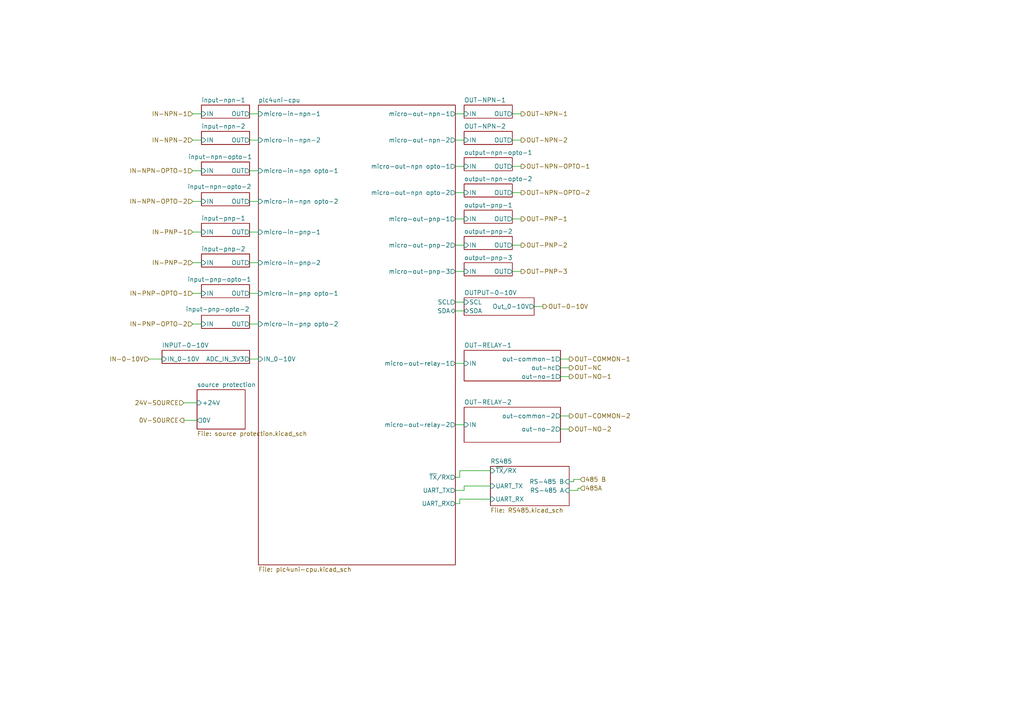
<source format=kicad_sch>
(kicad_sch
	(version 20250114)
	(generator "eeschema")
	(generator_version "9.0")
	(uuid "108a2b00-63fb-4531-b432-4e190b2d8ee6")
	(paper "A4")
	(lib_symbols)
	(wire
		(pts
			(xy 148.59 78.74) (xy 151.13 78.74)
		)
		(stroke
			(width 0)
			(type default)
		)
		(uuid "08e2428c-6899-469c-b433-cecf74bb0e9b")
	)
	(wire
		(pts
			(xy 134.62 140.97) (xy 134.62 142.24)
		)
		(stroke
			(width 0)
			(type default)
		)
		(uuid "0ad8ceee-e862-4164-aabe-42f7abf1c9da")
	)
	(wire
		(pts
			(xy 134.62 142.24) (xy 132.08 142.24)
		)
		(stroke
			(width 0)
			(type default)
		)
		(uuid "0bc66b4b-c60b-4d1b-a5df-c693a0d9e1f4")
	)
	(wire
		(pts
			(xy 72.39 67.31) (xy 74.93 67.31)
		)
		(stroke
			(width 0)
			(type default)
		)
		(uuid "0bc9b6be-5cdc-4ee6-8e0e-39d28396e47e")
	)
	(wire
		(pts
			(xy 148.59 33.02) (xy 151.13 33.02)
		)
		(stroke
			(width 0)
			(type default)
		)
		(uuid "12563cf5-327a-46d7-8d76-5d10a4101e4b")
	)
	(wire
		(pts
			(xy 162.56 120.65) (xy 165.1 120.65)
		)
		(stroke
			(width 0)
			(type default)
		)
		(uuid "1257bb80-4274-4699-8bf1-182e3d15f6d3")
	)
	(wire
		(pts
			(xy 167.64 141.605) (xy 168.275 141.605)
		)
		(stroke
			(width 0)
			(type default)
		)
		(uuid "13f9594a-cfd1-4f66-99c5-f5f16cf3cea6")
	)
	(wire
		(pts
			(xy 166.37 139.065) (xy 168.275 139.065)
		)
		(stroke
			(width 0)
			(type default)
		)
		(uuid "143898dd-b15e-4f3e-9aa2-1646f686d80e")
	)
	(wire
		(pts
			(xy 55.88 67.31) (xy 58.42 67.31)
		)
		(stroke
			(width 0)
			(type default)
		)
		(uuid "158c3a5d-6702-44e8-a264-b8c7b03699c8")
	)
	(wire
		(pts
			(xy 72.39 58.42) (xy 74.93 58.42)
		)
		(stroke
			(width 0)
			(type default)
		)
		(uuid "178b2a28-925c-4acd-abc2-0ee5f7035520")
	)
	(wire
		(pts
			(xy 132.08 78.74) (xy 134.62 78.74)
		)
		(stroke
			(width 0)
			(type default)
		)
		(uuid "1cbb8e10-156f-4d85-8142-74ad761bcc51")
	)
	(wire
		(pts
			(xy 43.18 104.14) (xy 46.99 104.14)
		)
		(stroke
			(width 0)
			(type default)
		)
		(uuid "1cd7e752-e3d8-4f5a-8357-a82c9483435c")
	)
	(wire
		(pts
			(xy 133.35 136.525) (xy 133.35 138.43)
		)
		(stroke
			(width 0)
			(type default)
		)
		(uuid "1d19c16a-0812-4cfb-b03f-5342692c784e")
	)
	(wire
		(pts
			(xy 132.08 123.19) (xy 134.62 123.19)
		)
		(stroke
			(width 0)
			(type default)
		)
		(uuid "1de3b157-452b-44ab-bf7b-28efd5ac835f")
	)
	(wire
		(pts
			(xy 148.59 48.26) (xy 151.13 48.26)
		)
		(stroke
			(width 0)
			(type default)
		)
		(uuid "1e9a1edc-150e-4a19-98d5-1e277596b6d5")
	)
	(wire
		(pts
			(xy 133.35 138.43) (xy 132.08 138.43)
		)
		(stroke
			(width 0)
			(type default)
		)
		(uuid "25add277-dd90-4646-81a4-9d3d9ba76d6b")
	)
	(wire
		(pts
			(xy 55.88 33.02) (xy 58.42 33.02)
		)
		(stroke
			(width 0)
			(type default)
		)
		(uuid "2ba707cf-9454-40a6-b7a1-1f0a61a364e0")
	)
	(wire
		(pts
			(xy 167.64 142.24) (xy 167.64 141.605)
		)
		(stroke
			(width 0)
			(type default)
		)
		(uuid "2e5928d2-f514-4e45-a79e-455ce574ec17")
	)
	(wire
		(pts
			(xy 132.08 105.41) (xy 134.62 105.41)
		)
		(stroke
			(width 0)
			(type default)
		)
		(uuid "30ebae37-a35d-40ca-8f6e-68888cc93512")
	)
	(wire
		(pts
			(xy 142.24 140.97) (xy 134.62 140.97)
		)
		(stroke
			(width 0)
			(type default)
		)
		(uuid "39de9695-cdb1-44c5-bd0a-b9fe0ca86a7a")
	)
	(wire
		(pts
			(xy 162.56 109.22) (xy 165.1 109.22)
		)
		(stroke
			(width 0)
			(type default)
		)
		(uuid "3e595b28-5351-4c03-8aad-36b17380d608")
	)
	(wire
		(pts
			(xy 165.1 139.7) (xy 166.37 139.7)
		)
		(stroke
			(width 0)
			(type default)
		)
		(uuid "43295e98-aa05-4892-bb1d-be08e4e90333")
	)
	(wire
		(pts
			(xy 166.37 139.7) (xy 166.37 139.065)
		)
		(stroke
			(width 0)
			(type default)
		)
		(uuid "43e584aa-6dd7-422e-a22d-68ba5a2535b7")
	)
	(wire
		(pts
			(xy 148.59 63.5) (xy 151.13 63.5)
		)
		(stroke
			(width 0)
			(type default)
		)
		(uuid "44a9a054-2aa7-49a2-9dae-043d62551458")
	)
	(wire
		(pts
			(xy 132.08 40.64) (xy 134.62 40.64)
		)
		(stroke
			(width 0)
			(type default)
		)
		(uuid "4548bc9c-ad10-4e5b-826c-e7409e4e790f")
	)
	(wire
		(pts
			(xy 165.1 142.24) (xy 167.64 142.24)
		)
		(stroke
			(width 0)
			(type default)
		)
		(uuid "46a2afbb-f90f-48c1-924a-d0506ce95fa6")
	)
	(wire
		(pts
			(xy 55.88 49.53) (xy 58.42 49.53)
		)
		(stroke
			(width 0)
			(type default)
		)
		(uuid "4794d94a-79b0-46e3-aec6-5e814c907279")
	)
	(wire
		(pts
			(xy 132.08 87.63) (xy 134.62 87.63)
		)
		(stroke
			(width 0)
			(type default)
		)
		(uuid "4bf20734-1be2-404a-bddc-1025872093ea")
	)
	(wire
		(pts
			(xy 162.56 104.14) (xy 165.1 104.14)
		)
		(stroke
			(width 0)
			(type default)
		)
		(uuid "4cca040e-80fa-49ba-aa86-e5ac502928ee")
	)
	(wire
		(pts
			(xy 72.39 33.02) (xy 74.93 33.02)
		)
		(stroke
			(width 0)
			(type default)
		)
		(uuid "5a447963-c15f-4bcb-96cb-c25007c782ed")
	)
	(wire
		(pts
			(xy 72.39 49.53) (xy 74.93 49.53)
		)
		(stroke
			(width 0)
			(type default)
		)
		(uuid "5a9c0d4a-7b0e-43a5-9a63-6afb1609f990")
	)
	(wire
		(pts
			(xy 55.88 85.09) (xy 58.42 85.09)
		)
		(stroke
			(width 0)
			(type default)
		)
		(uuid "696ab09e-ff9f-4bf2-a22a-d9255af69731")
	)
	(wire
		(pts
			(xy 133.35 144.78) (xy 133.35 146.05)
		)
		(stroke
			(width 0)
			(type default)
		)
		(uuid "7339c650-3b6e-4570-9de6-1564f5e145d7")
	)
	(wire
		(pts
			(xy 55.88 40.64) (xy 58.42 40.64)
		)
		(stroke
			(width 0)
			(type default)
		)
		(uuid "7921fd0d-8d7d-432f-8470-c5d0e7099288")
	)
	(wire
		(pts
			(xy 72.39 104.14) (xy 74.93 104.14)
		)
		(stroke
			(width 0)
			(type default)
		)
		(uuid "7929a673-d7da-428f-920a-55d1b53e0cf1")
	)
	(wire
		(pts
			(xy 53.34 116.84) (xy 57.15 116.84)
		)
		(stroke
			(width 0)
			(type default)
		)
		(uuid "898f87e9-a835-4f0e-b177-58727d678011")
	)
	(wire
		(pts
			(xy 142.24 136.525) (xy 133.35 136.525)
		)
		(stroke
			(width 0)
			(type default)
		)
		(uuid "8d3d337b-b69c-4cd7-bf05-7d938b66079e")
	)
	(wire
		(pts
			(xy 148.59 40.64) (xy 151.13 40.64)
		)
		(stroke
			(width 0)
			(type default)
		)
		(uuid "8d7da78e-0b0a-4552-a5ca-cda61331393a")
	)
	(wire
		(pts
			(xy 55.88 58.42) (xy 58.42 58.42)
		)
		(stroke
			(width 0)
			(type default)
		)
		(uuid "968714ba-ca63-4521-b43a-65acc23a71b8")
	)
	(wire
		(pts
			(xy 132.08 55.88) (xy 134.62 55.88)
		)
		(stroke
			(width 0)
			(type default)
		)
		(uuid "96b98948-c2fa-41e5-819a-41c5a80ba4d3")
	)
	(wire
		(pts
			(xy 72.39 40.64) (xy 74.93 40.64)
		)
		(stroke
			(width 0)
			(type default)
		)
		(uuid "9cb07727-1380-4578-ba1b-654046bd84fe")
	)
	(wire
		(pts
			(xy 132.08 48.26) (xy 134.62 48.26)
		)
		(stroke
			(width 0)
			(type default)
		)
		(uuid "adccb5f3-1075-44b6-8503-c4d6aea45c2d")
	)
	(wire
		(pts
			(xy 132.08 71.12) (xy 134.62 71.12)
		)
		(stroke
			(width 0)
			(type default)
		)
		(uuid "b27cac00-8686-4a5d-ae04-ca2f34ee2493")
	)
	(wire
		(pts
			(xy 162.56 106.68) (xy 165.1 106.68)
		)
		(stroke
			(width 0)
			(type default)
		)
		(uuid "b8487e61-b337-40d5-8957-40bd7822655d")
	)
	(wire
		(pts
			(xy 72.39 93.98) (xy 74.93 93.98)
		)
		(stroke
			(width 0)
			(type default)
		)
		(uuid "bdcf8fe9-7147-4b35-8eec-6abc4c7924c9")
	)
	(wire
		(pts
			(xy 132.08 63.5) (xy 134.62 63.5)
		)
		(stroke
			(width 0)
			(type default)
		)
		(uuid "bf8516f0-dbbb-4cb5-acf3-e3ee69112f21")
	)
	(wire
		(pts
			(xy 133.35 146.05) (xy 132.08 146.05)
		)
		(stroke
			(width 0)
			(type default)
		)
		(uuid "c1ae0077-e716-4e97-aa19-357f4a6a1018")
	)
	(wire
		(pts
			(xy 148.59 71.12) (xy 151.13 71.12)
		)
		(stroke
			(width 0)
			(type default)
		)
		(uuid "c2d76827-d02f-4b40-b818-46f3ae687ea3")
	)
	(wire
		(pts
			(xy 154.94 88.9) (xy 157.48 88.9)
		)
		(stroke
			(width 0)
			(type default)
		)
		(uuid "c5c94505-228a-48e2-8c16-36eb54e5427e")
	)
	(wire
		(pts
			(xy 142.24 144.78) (xy 133.35 144.78)
		)
		(stroke
			(width 0)
			(type default)
		)
		(uuid "c70f8b29-2398-4368-a730-632135fb31ce")
	)
	(wire
		(pts
			(xy 132.08 33.02) (xy 134.62 33.02)
		)
		(stroke
			(width 0)
			(type default)
		)
		(uuid "c9b0d4ae-dec2-4ad5-9952-4dd79948917b")
	)
	(wire
		(pts
			(xy 72.39 85.09) (xy 74.93 85.09)
		)
		(stroke
			(width 0)
			(type default)
		)
		(uuid "d04e8108-ce60-4d3c-8ae4-b7a6eaabdd32")
	)
	(wire
		(pts
			(xy 55.88 76.2) (xy 58.42 76.2)
		)
		(stroke
			(width 0)
			(type default)
		)
		(uuid "d236b918-a4cf-4b25-82ec-d2a08457c460")
	)
	(wire
		(pts
			(xy 72.39 76.2) (xy 74.93 76.2)
		)
		(stroke
			(width 0)
			(type default)
		)
		(uuid "db0d2875-be84-4dc8-8b6a-e9fe211b9788")
	)
	(wire
		(pts
			(xy 55.88 93.98) (xy 58.42 93.98)
		)
		(stroke
			(width 0)
			(type default)
		)
		(uuid "dde25f3f-93b4-450a-b490-8b4068e5ac09")
	)
	(wire
		(pts
			(xy 132.08 90.17) (xy 134.62 90.17)
		)
		(stroke
			(width 0)
			(type default)
		)
		(uuid "eb0e7eeb-1c74-4a55-9978-2adae03ca5f0")
	)
	(wire
		(pts
			(xy 148.59 55.88) (xy 151.13 55.88)
		)
		(stroke
			(width 0)
			(type default)
		)
		(uuid "ee9ac2f9-0c80-46c6-af96-c62ca1a393b1")
	)
	(wire
		(pts
			(xy 53.34 121.92) (xy 57.15 121.92)
		)
		(stroke
			(width 0)
			(type default)
		)
		(uuid "eec32aa8-83b1-40cb-bd7b-6f1bcd3d511d")
	)
	(wire
		(pts
			(xy 162.56 124.46) (xy 165.1 124.46)
		)
		(stroke
			(width 0)
			(type default)
		)
		(uuid "f70ebdc0-18b4-4f65-961d-714f21810c4f")
	)
	(hierarchical_label "OUT-NPN-2"
		(shape output)
		(at 151.13 40.64 0)
		(effects
			(font
				(size 1.27 1.27)
			)
			(justify left)
		)
		(uuid "04dd8a8c-00c6-4afd-9d1a-13d38bd4f80a")
	)
	(hierarchical_label "OUT-COMMON-2"
		(shape output)
		(at 165.1 120.65 0)
		(effects
			(font
				(size 1.27 1.27)
			)
			(justify left)
		)
		(uuid "099f9a67-722c-4dd1-b911-fcdf9276c5cb")
	)
	(hierarchical_label "IN-PNP-OPTO-1"
		(shape input)
		(at 55.88 85.09 180)
		(effects
			(font
				(size 1.27 1.27)
			)
			(justify right)
		)
		(uuid "0f667b4a-b49d-400b-b7b4-e94c028ba462")
	)
	(hierarchical_label "IN-NPN-2"
		(shape input)
		(at 55.88 40.64 180)
		(effects
			(font
				(size 1.27 1.27)
			)
			(justify right)
		)
		(uuid "13218d48-171d-4d2d-be0f-359b3d7a3581")
	)
	(hierarchical_label "IN-NPN-1"
		(shape input)
		(at 55.88 33.02 180)
		(effects
			(font
				(size 1.27 1.27)
			)
			(justify right)
		)
		(uuid "27d3d8ea-107a-4b51-a6c3-daa783575657")
	)
	(hierarchical_label "485 B"
		(shape input)
		(at 168.275 139.065 0)
		(effects
			(font
				(size 1.27 1.27)
			)
			(justify left)
		)
		(uuid "29fcefa1-bd12-457b-8b3b-a4e9fb865979")
	)
	(hierarchical_label "IN-0-10V"
		(shape input)
		(at 43.18 104.14 180)
		(effects
			(font
				(size 1.27 1.27)
			)
			(justify right)
		)
		(uuid "2e574e5e-e419-4e7c-baf0-4a2811283453")
	)
	(hierarchical_label "OUT-COMMON-1"
		(shape output)
		(at 165.1 104.14 0)
		(effects
			(font
				(size 1.27 1.27)
			)
			(justify left)
		)
		(uuid "455db09d-7043-4299-b828-072137c5c2ae")
	)
	(hierarchical_label "OUT-NC"
		(shape output)
		(at 165.1 106.68 0)
		(effects
			(font
				(size 1.27 1.27)
			)
			(justify left)
		)
		(uuid "46082926-8d46-4834-8118-3d73286a81df")
	)
	(hierarchical_label "485A"
		(shape input)
		(at 168.275 141.605 0)
		(effects
			(font
				(size 1.27 1.27)
			)
			(justify left)
		)
		(uuid "463c25ff-b115-4c5f-97fe-1bb7c64b27f4")
	)
	(hierarchical_label "OUT-NPN-OPTO-1"
		(shape output)
		(at 151.13 48.26 0)
		(effects
			(font
				(size 1.27 1.27)
			)
			(justify left)
		)
		(uuid "48e06bc6-04e0-4544-878e-4c81c91757fe")
	)
	(hierarchical_label "OUT-0-10V"
		(shape output)
		(at 157.48 88.9 0)
		(effects
			(font
				(size 1.27 1.27)
			)
			(justify left)
		)
		(uuid "5e3897b8-3e82-417d-a824-cd855fb85674")
	)
	(hierarchical_label "OUT-PNP-3"
		(shape output)
		(at 151.13 78.74 0)
		(effects
			(font
				(size 1.27 1.27)
			)
			(justify left)
		)
		(uuid "6f936573-07eb-4d38-8c32-b885b0a8811f")
	)
	(hierarchical_label "24V-SOURCE"
		(shape input)
		(at 53.34 116.84 180)
		(effects
			(font
				(size 1.27 1.27)
			)
			(justify right)
		)
		(uuid "831e0300-5462-496c-95f4-4b063dcb772c")
	)
	(hierarchical_label "OUT-PNP-1"
		(shape output)
		(at 151.13 63.5 0)
		(effects
			(font
				(size 1.27 1.27)
			)
			(justify left)
		)
		(uuid "85fb80e0-ab0e-4cd8-aadf-6b462f2e6c93")
	)
	(hierarchical_label "OUT-PNP-2"
		(shape output)
		(at 151.13 71.12 0)
		(effects
			(font
				(size 1.27 1.27)
			)
			(justify left)
		)
		(uuid "97e72727-4708-473d-9443-49ef980a787b")
	)
	(hierarchical_label "0V-SOURCE"
		(shape output)
		(at 53.34 121.92 180)
		(effects
			(font
				(size 1.27 1.27)
			)
			(justify right)
		)
		(uuid "99811977-8021-4f1f-8824-3bc4b0ae388b")
	)
	(hierarchical_label "IN-NPN-OPTO-2"
		(shape input)
		(at 55.88 58.42 180)
		(effects
			(font
				(size 1.27 1.27)
			)
			(justify right)
		)
		(uuid "ac9cbb6b-c95e-4cb5-828e-f797bf4a8b8d")
	)
	(hierarchical_label "OUT-NO-2"
		(shape output)
		(at 165.1 124.46 0)
		(effects
			(font
				(size 1.27 1.27)
			)
			(justify left)
		)
		(uuid "b078cb7a-aaf3-4dd5-b2cf-b690bebd6c9f")
	)
	(hierarchical_label "OUT-NPN-OPTO-2"
		(shape output)
		(at 151.13 55.88 0)
		(effects
			(font
				(size 1.27 1.27)
			)
			(justify left)
		)
		(uuid "c226bf1e-852f-4f78-81ea-3f4a319e192a")
	)
	(hierarchical_label "OUT-NPN-1"
		(shape output)
		(at 151.13 33.02 0)
		(effects
			(font
				(size 1.27 1.27)
			)
			(justify left)
		)
		(uuid "c65f5c53-74b8-442c-b16a-65bf3ead4f91")
	)
	(hierarchical_label "IN-NPN-OPTO-1"
		(shape input)
		(at 55.88 49.53 180)
		(effects
			(font
				(size 1.27 1.27)
			)
			(justify right)
		)
		(uuid "d1c7a64c-fb35-4b59-b312-a5986277c6f4")
	)
	(hierarchical_label "IN-PNP-1"
		(shape input)
		(at 55.88 67.31 180)
		(effects
			(font
				(size 1.27 1.27)
			)
			(justify right)
		)
		(uuid "d94b0989-1075-4ab8-b68a-010be4543fcd")
	)
	(hierarchical_label "OUT-NO-1"
		(shape output)
		(at 165.1 109.22 0)
		(effects
			(font
				(size 1.27 1.27)
			)
			(justify left)
		)
		(uuid "e15bf9b3-fa0c-4d47-8993-648a1b031fb9")
	)
	(hierarchical_label "IN-PNP-2"
		(shape input)
		(at 55.88 76.2 180)
		(effects
			(font
				(size 1.27 1.27)
			)
			(justify right)
		)
		(uuid "e3d563f9-f8bb-4dc5-a442-ccf1e2597ea3")
	)
	(hierarchical_label "IN-PNP-OPTO-2"
		(shape input)
		(at 55.88 93.98 180)
		(effects
			(font
				(size 1.27 1.27)
			)
			(justify right)
		)
		(uuid "f333045c-119a-46b5-8f05-5f218a91c4a2")
	)
	(sheet
		(at 134.62 38.1)
		(size 13.97 3.81)
		(exclude_from_sim no)
		(in_bom yes)
		(on_board yes)
		(dnp no)
		(fields_autoplaced yes)
		(stroke
			(width 0.1524)
			(type solid)
		)
		(fill
			(color 0 0 0 0.0000)
		)
		(uuid "0301c99c-e2fc-48a2-b28b-2cb1809d95a0")
		(property "Sheetname" "OUT-NPN-2"
			(at 134.62 37.3884 0)
			(effects
				(font
					(size 1.27 1.27)
				)
				(justify left bottom)
			)
		)
		(property "Sheetfile" "OUT-NPN-1.kicad_sch"
			(at 134.62 42.4946 0)
			(effects
				(font
					(size 1.27 1.27)
				)
				(justify left top)
				(hide yes)
			)
		)
		(pin "IN" input
			(at 134.62 40.64 180)
			(uuid "a18896dc-cb32-4db7-8687-9f3728bb7fc8")
			(effects
				(font
					(size 1.27 1.27)
				)
				(justify left)
			)
		)
		(pin "OUT" output
			(at 148.59 40.64 0)
			(uuid "e6f5c6d3-630f-455c-aa98-8af88349e1ea")
			(effects
				(font
					(size 1.27 1.27)
				)
				(justify right)
			)
		)
		(instances
			(project "PLC4UNIROBERT1"
				(path "/65c875c0-73bd-43df-b6cd-4a685398cace/3b453a73-5bb7-4645-a7e8-6e186968fa05"
					(page "8")
				)
			)
		)
	)
	(sheet
		(at 134.62 60.96)
		(size 13.97 3.81)
		(exclude_from_sim no)
		(in_bom yes)
		(on_board yes)
		(dnp no)
		(fields_autoplaced yes)
		(stroke
			(width 0.1524)
			(type solid)
		)
		(fill
			(color 0 0 0 0.0000)
		)
		(uuid "08601dd5-d4a9-417f-ac60-8e7e9f1053de")
		(property "Sheetname" "output-pnp-1"
			(at 134.62 60.2484 0)
			(effects
				(font
					(size 1.27 1.27)
				)
				(justify left bottom)
			)
		)
		(property "Sheetfile" "output-pnp.kicad_sch"
			(at 134.62 65.3546 0)
			(effects
				(font
					(size 1.27 1.27)
				)
				(justify left top)
				(hide yes)
			)
		)
		(pin "IN" input
			(at 134.62 63.5 180)
			(uuid "e8b134bb-732e-4340-89cb-77e525085c4c")
			(effects
				(font
					(size 1.27 1.27)
				)
				(justify left)
			)
		)
		(pin "OUT" output
			(at 148.59 63.5 0)
			(uuid "8ef68b16-c40c-49a7-824f-8f070c61fa6a")
			(effects
				(font
					(size 1.27 1.27)
				)
				(justify right)
			)
		)
		(instances
			(project "PLC4UNIROBERT1"
				(path "/65c875c0-73bd-43df-b6cd-4a685398cace/3b453a73-5bb7-4645-a7e8-6e186968fa05"
					(page "9")
				)
			)
		)
	)
	(sheet
		(at 58.42 55.88)
		(size 13.97 3.81)
		(exclude_from_sim no)
		(in_bom yes)
		(on_board yes)
		(dnp no)
		(stroke
			(width 0.1524)
			(type solid)
		)
		(fill
			(color 0 0 0 0.0000)
		)
		(uuid "18a5a959-934f-45c5-942a-0d3e3c8a5a1f")
		(property "Sheetname" "input-npn-opto-2"
			(at 54.356 54.864 0)
			(effects
				(font
					(size 1.27 1.27)
				)
				(justify left bottom)
			)
		)
		(property "Sheetfile" "input-npn-opto.kicad_sch"
			(at 58.42 60.2746 0)
			(effects
				(font
					(size 1.27 1.27)
				)
				(justify left top)
				(hide yes)
			)
		)
		(pin "IN" input
			(at 58.42 58.42 180)
			(uuid "3835b6cc-0e4a-4d95-af26-e96fed0c8e18")
			(effects
				(font
					(size 1.27 1.27)
				)
				(justify left)
			)
		)
		(pin "OUT" output
			(at 72.39 58.42 0)
			(uuid "d6cd4b91-267f-4ae7-8e0d-c502b186d6e9")
			(effects
				(font
					(size 1.27 1.27)
				)
				(justify right)
			)
		)
		(instances
			(project "PLC4UNIROBERT1"
				(path "/65c875c0-73bd-43df-b6cd-4a685398cace/3b453a73-5bb7-4645-a7e8-6e186968fa05"
					(page "14")
				)
			)
		)
	)
	(sheet
		(at 58.42 82.55)
		(size 13.97 3.81)
		(exclude_from_sim no)
		(in_bom yes)
		(on_board yes)
		(dnp no)
		(stroke
			(width 0.1524)
			(type solid)
		)
		(fill
			(color 0 0 0 0.0000)
		)
		(uuid "2006756a-aab7-49c5-bc20-9cefa85464a4")
		(property "Sheetname" "input-pnp-opto-1"
			(at 54.356 81.788 0)
			(effects
				(font
					(size 1.27 1.27)
				)
				(justify left bottom)
			)
		)
		(property "Sheetfile" "input-pnp-opto.kicad_sch"
			(at 58.42 86.9446 0)
			(effects
				(font
					(size 1.27 1.27)
				)
				(justify left top)
				(hide yes)
			)
		)
		(pin "IN" input
			(at 58.42 85.09 180)
			(uuid "f1e8b415-a1f6-4a62-9b21-d2350fb91cd0")
			(effects
				(font
					(size 1.27 1.27)
				)
				(justify left)
			)
		)
		(pin "OUT" output
			(at 72.39 85.09 0)
			(uuid "0e797b3a-6240-49da-9c3b-5c2cf8ad33bd")
			(effects
				(font
					(size 1.27 1.27)
				)
				(justify right)
			)
		)
		(instances
			(project "PLC4UNIROBERT1"
				(path "/65c875c0-73bd-43df-b6cd-4a685398cace/3b453a73-5bb7-4645-a7e8-6e186968fa05"
					(page "11")
				)
			)
		)
	)
	(sheet
		(at 46.99 101.6)
		(size 25.4 3.81)
		(exclude_from_sim no)
		(in_bom yes)
		(on_board yes)
		(dnp no)
		(fields_autoplaced yes)
		(stroke
			(width 0.1524)
			(type solid)
		)
		(fill
			(color 0 0 0 0.0000)
		)
		(uuid "26d79baa-0338-43a5-b3e5-bc5aeada5ecf")
		(property "Sheetname" "INPUT-0-10V"
			(at 46.99 100.8884 0)
			(effects
				(font
					(size 1.27 1.27)
				)
				(justify left bottom)
			)
		)
		(property "Sheetfile" "INPUT-0-10V.kicad_sch"
			(at 46.99 105.9946 0)
			(effects
				(font
					(size 1.27 1.27)
				)
				(justify left top)
				(hide yes)
			)
		)
		(pin "ADC_IN_3V3" output
			(at 72.39 104.14 0)
			(uuid "4e00bd7b-e18b-4415-a10a-66f00b58432d")
			(effects
				(font
					(size 1.27 1.27)
				)
				(justify right)
			)
		)
		(pin "IN_0-10V" input
			(at 46.99 104.14 180)
			(uuid "fa896d41-d7e0-4570-bb58-c6b03a4d8c55")
			(effects
				(font
					(size 1.27 1.27)
				)
				(justify left)
			)
		)
		(instances
			(project "PLC4UNIROBERT1"
				(path "/65c875c0-73bd-43df-b6cd-4a685398cace/3b453a73-5bb7-4645-a7e8-6e186968fa05"
					(page "22")
				)
			)
		)
	)
	(sheet
		(at 58.42 30.48)
		(size 13.97 3.81)
		(exclude_from_sim no)
		(in_bom yes)
		(on_board yes)
		(dnp no)
		(fields_autoplaced yes)
		(stroke
			(width 0.1524)
			(type solid)
		)
		(fill
			(color 0 0 0 0.0000)
		)
		(uuid "2b288a7a-cc1f-443e-993d-9f7a4eb93332")
		(property "Sheetname" "input-npn-1"
			(at 58.42 29.7684 0)
			(effects
				(font
					(size 1.27 1.27)
				)
				(justify left bottom)
			)
		)
		(property "Sheetfile" "input-npn.kicad_sch"
			(at 58.42 34.8746 0)
			(effects
				(font
					(size 1.27 1.27)
				)
				(justify left top)
				(hide yes)
			)
		)
		(pin "IN" input
			(at 58.42 33.02 180)
			(uuid "1bdcd406-f07d-4cac-ae2e-ae5c190660fe")
			(effects
				(font
					(size 1.27 1.27)
				)
				(justify left)
			)
		)
		(pin "OUT" output
			(at 72.39 33.02 0)
			(uuid "ce023f8e-1828-400a-a6f8-e036a7771d00")
			(effects
				(font
					(size 1.27 1.27)
				)
				(justify right)
			)
		)
		(instances
			(project "PLC4UNIROBERT1"
				(path "/65c875c0-73bd-43df-b6cd-4a685398cace/3b453a73-5bb7-4645-a7e8-6e186968fa05"
					(page "6")
				)
			)
		)
	)
	(sheet
		(at 134.62 101.6)
		(size 27.94 8.89)
		(exclude_from_sim no)
		(in_bom yes)
		(on_board yes)
		(dnp no)
		(fields_autoplaced yes)
		(stroke
			(width 0.1524)
			(type solid)
		)
		(fill
			(color 0 0 0 0.0000)
		)
		(uuid "300cbd4a-1c9e-448a-950a-bfd812e6e5a0")
		(property "Sheetname" "OUT-RELAY-1"
			(at 134.62 100.8884 0)
			(effects
				(font
					(size 1.27 1.27)
				)
				(justify left bottom)
			)
		)
		(property "Sheetfile" "OUT-RELAY-1.kicad_sch"
			(at 134.62 111.0746 0)
			(effects
				(font
					(size 1.27 1.27)
				)
				(justify left top)
				(hide yes)
			)
		)
		(pin "IN" input
			(at 134.62 105.41 180)
			(uuid "84041b24-cd78-44f0-acc0-dd0deef81c85")
			(effects
				(font
					(size 1.27 1.27)
				)
				(justify left)
			)
		)
		(pin "out-common-1" output
			(at 162.56 104.14 0)
			(uuid "1fa481a9-fdc1-4fb7-b1a8-f39a7807ebf3")
			(effects
				(font
					(size 1.27 1.27)
				)
				(justify right)
			)
		)
		(pin "out-nc" output
			(at 162.56 106.68 0)
			(uuid "95d1e681-efe6-4acf-b00b-53fb86c79bd9")
			(effects
				(font
					(size 1.27 1.27)
				)
				(justify right)
			)
		)
		(pin "out-no-1" output
			(at 162.56 109.22 0)
			(uuid "097b0a90-fee8-4097-a2dd-075fda7d696d")
			(effects
				(font
					(size 1.27 1.27)
				)
				(justify right)
			)
		)
		(instances
			(project "PLC4UNIROBERT1"
				(path "/65c875c0-73bd-43df-b6cd-4a685398cace/3b453a73-5bb7-4645-a7e8-6e186968fa05"
					(page "22")
				)
			)
		)
	)
	(sheet
		(at 134.62 53.34)
		(size 13.97 3.81)
		(exclude_from_sim no)
		(in_bom yes)
		(on_board yes)
		(dnp no)
		(fields_autoplaced yes)
		(stroke
			(width 0.1524)
			(type solid)
		)
		(fill
			(color 0 0 0 0.0000)
		)
		(uuid "304245ed-3772-43ea-9156-20acc62cd04b")
		(property "Sheetname" "output-npn-opto-2"
			(at 134.62 52.6284 0)
			(effects
				(font
					(size 1.27 1.27)
				)
				(justify left bottom)
			)
		)
		(property "Sheetfile" "output-npn-opto.kicad_sch"
			(at 134.62 57.7346 0)
			(effects
				(font
					(size 1.27 1.27)
				)
				(justify left top)
				(hide yes)
			)
		)
		(pin "IN" input
			(at 134.62 55.88 180)
			(uuid "2e00b808-fa3a-42b5-aff6-5b6a866c497f")
			(effects
				(font
					(size 1.27 1.27)
				)
				(justify left)
			)
		)
		(pin "OUT" output
			(at 148.59 55.88 0)
			(uuid "3ec60d6d-778d-456f-acca-fe33addea918")
			(effects
				(font
					(size 1.27 1.27)
				)
				(justify right)
			)
		)
		(instances
			(project "PLC4UNIROBERT1"
				(path "/65c875c0-73bd-43df-b6cd-4a685398cace/3b453a73-5bb7-4645-a7e8-6e186968fa05"
					(page "18")
				)
			)
		)
	)
	(sheet
		(at 134.62 118.11)
		(size 27.94 10.16)
		(exclude_from_sim no)
		(in_bom yes)
		(on_board yes)
		(dnp no)
		(fields_autoplaced yes)
		(stroke
			(width 0.1524)
			(type solid)
		)
		(fill
			(color 0 0 0 0.0000)
		)
		(uuid "389c123e-9538-4704-bdfd-eda3950b0dc6")
		(property "Sheetname" "OUT-RELAY-2"
			(at 134.62 117.3984 0)
			(effects
				(font
					(size 1.27 1.27)
				)
				(justify left bottom)
			)
		)
		(property "Sheetfile" "OUT-RELAY-2.kicad_sch"
			(at 134.62 128.8546 0)
			(effects
				(font
					(size 1.27 1.27)
				)
				(justify left top)
				(hide yes)
			)
		)
		(pin "IN" input
			(at 134.62 123.19 180)
			(uuid "389622e9-fbb7-45cb-980c-19a8d14d2e62")
			(effects
				(font
					(size 1.27 1.27)
				)
				(justify left)
			)
		)
		(pin "out-common-2" output
			(at 162.56 120.65 0)
			(uuid "df65d5dd-cd71-4ffc-a91f-389904008b60")
			(effects
				(font
					(size 1.27 1.27)
				)
				(justify right)
			)
		)
		(pin "out-no-2" output
			(at 162.56 124.46 0)
			(uuid "c0635e30-78cc-4cab-a58b-2aa1f622828e")
			(effects
				(font
					(size 1.27 1.27)
				)
				(justify right)
			)
		)
		(instances
			(project "PLC4UNIROBERT1"
				(path "/65c875c0-73bd-43df-b6cd-4a685398cace/3b453a73-5bb7-4645-a7e8-6e186968fa05"
					(page "23")
				)
			)
		)
	)
	(sheet
		(at 134.62 76.2)
		(size 13.97 3.81)
		(exclude_from_sim no)
		(in_bom yes)
		(on_board yes)
		(dnp no)
		(fields_autoplaced yes)
		(stroke
			(width 0.1524)
			(type solid)
		)
		(fill
			(color 0 0 0 0.0000)
		)
		(uuid "3aaa579e-8be9-4ebd-978a-eaa385a6d1bd")
		(property "Sheetname" "output-pnp-3"
			(at 134.62 75.4884 0)
			(effects
				(font
					(size 1.27 1.27)
				)
				(justify left bottom)
			)
		)
		(property "Sheetfile" "output-pnp.kicad_sch"
			(at 134.62 80.5946 0)
			(effects
				(font
					(size 1.27 1.27)
				)
				(justify left top)
				(hide yes)
			)
		)
		(pin "IN" input
			(at 134.62 78.74 180)
			(uuid "4027d900-6d15-49ef-944c-b6fdf66f6f9c")
			(effects
				(font
					(size 1.27 1.27)
				)
				(justify left)
			)
		)
		(pin "OUT" output
			(at 148.59 78.74 0)
			(uuid "174512e0-2665-48ad-bc92-8854707891b1")
			(effects
				(font
					(size 1.27 1.27)
				)
				(justify right)
			)
		)
		(instances
			(project "PLC4UNIROBERT1"
				(path "/65c875c0-73bd-43df-b6cd-4a685398cace/3b453a73-5bb7-4645-a7e8-6e186968fa05"
					(page "20")
				)
			)
		)
	)
	(sheet
		(at 58.42 46.99)
		(size 13.97 3.81)
		(exclude_from_sim no)
		(in_bom yes)
		(on_board yes)
		(dnp no)
		(stroke
			(width 0.1524)
			(type solid)
		)
		(fill
			(color 0 0 0 0.0000)
		)
		(uuid "3cd430b2-5f69-4494-bc7a-0defee76e210")
		(property "Sheetname" "input-npn-opto-1"
			(at 54.61 46.228 0)
			(effects
				(font
					(size 1.27 1.27)
				)
				(justify left bottom)
			)
		)
		(property "Sheetfile" "input-npn-opto.kicad_sch"
			(at 58.42 51.3846 0)
			(effects
				(font
					(size 1.27 1.27)
				)
				(justify left top)
				(hide yes)
			)
		)
		(pin "IN" input
			(at 58.42 49.53 180)
			(uuid "5281bbab-7d15-4b08-a049-c225c8a36d62")
			(effects
				(font
					(size 1.27 1.27)
				)
				(justify left)
			)
		)
		(pin "OUT" output
			(at 72.39 49.53 0)
			(uuid "b66bef81-97d0-4b84-b957-5c27edc05762")
			(effects
				(font
					(size 1.27 1.27)
				)
				(justify right)
			)
		)
		(instances
			(project "PLC4UNIROBERT1"
				(path "/65c875c0-73bd-43df-b6cd-4a685398cace/3b453a73-5bb7-4645-a7e8-6e186968fa05"
					(page "10")
				)
			)
		)
	)
	(sheet
		(at 58.42 73.66)
		(size 13.97 3.81)
		(exclude_from_sim no)
		(in_bom yes)
		(on_board yes)
		(dnp no)
		(fields_autoplaced yes)
		(stroke
			(width 0.1524)
			(type solid)
		)
		(fill
			(color 0 0 0 0.0000)
		)
		(uuid "3fda5391-68ec-4247-925a-af66065cf103")
		(property "Sheetname" "input-pnp-2"
			(at 58.42 72.9484 0)
			(effects
				(font
					(size 1.27 1.27)
				)
				(justify left bottom)
			)
		)
		(property "Sheetfile" "input-pnp.kicad_sch"
			(at 58.42 78.0546 0)
			(effects
				(font
					(size 1.27 1.27)
				)
				(justify left top)
				(hide yes)
			)
		)
		(pin "IN" input
			(at 58.42 76.2 180)
			(uuid "b3a30f73-96e5-4190-9017-e4a864cd4819")
			(effects
				(font
					(size 1.27 1.27)
				)
				(justify left)
			)
		)
		(pin "OUT" output
			(at 72.39 76.2 0)
			(uuid "f1fbbd52-e721-4e48-aa39-03b616106947")
			(effects
				(font
					(size 1.27 1.27)
				)
				(justify right)
			)
		)
		(instances
			(project "PLC4UNIROBERT1"
				(path "/65c875c0-73bd-43df-b6cd-4a685398cace/3b453a73-5bb7-4645-a7e8-6e186968fa05"
					(page "15")
				)
			)
		)
	)
	(sheet
		(at 134.62 68.58)
		(size 13.97 3.81)
		(exclude_from_sim no)
		(in_bom yes)
		(on_board yes)
		(dnp no)
		(fields_autoplaced yes)
		(stroke
			(width 0.1524)
			(type solid)
		)
		(fill
			(color 0 0 0 0.0000)
		)
		(uuid "48d5bd32-67a3-4006-82b9-c27ca88fb9f6")
		(property "Sheetname" "output-pnp-2"
			(at 134.62 67.8684 0)
			(effects
				(font
					(size 1.27 1.27)
				)
				(justify left bottom)
			)
		)
		(property "Sheetfile" "output-pnp.kicad_sch"
			(at 134.62 72.9746 0)
			(effects
				(font
					(size 1.27 1.27)
				)
				(justify left top)
				(hide yes)
			)
		)
		(pin "IN" input
			(at 134.62 71.12 180)
			(uuid "f7fbc486-6de5-4181-8ca8-c04542607063")
			(effects
				(font
					(size 1.27 1.27)
				)
				(justify left)
			)
		)
		(pin "OUT" output
			(at 148.59 71.12 0)
			(uuid "9c030957-c756-489f-b71d-cf11fe4d4fda")
			(effects
				(font
					(size 1.27 1.27)
				)
				(justify right)
			)
		)
		(instances
			(project "PLC4UNIROBERT1"
				(path "/65c875c0-73bd-43df-b6cd-4a685398cace/3b453a73-5bb7-4645-a7e8-6e186968fa05"
					(page "19")
				)
			)
		)
	)
	(sheet
		(at 134.62 45.72)
		(size 13.97 3.81)
		(exclude_from_sim no)
		(in_bom yes)
		(on_board yes)
		(dnp no)
		(fields_autoplaced yes)
		(stroke
			(width 0.1524)
			(type solid)
		)
		(fill
			(color 0 0 0 0.0000)
		)
		(uuid "51c169c5-6841-4f27-afaa-a4e6455b756e")
		(property "Sheetname" "output-npn-opto-1"
			(at 134.62 45.0084 0)
			(effects
				(font
					(size 1.27 1.27)
				)
				(justify left bottom)
			)
		)
		(property "Sheetfile" "output-npn-opto.kicad_sch"
			(at 134.62 50.1146 0)
			(effects
				(font
					(size 1.27 1.27)
				)
				(justify left top)
				(hide yes)
			)
		)
		(pin "IN" input
			(at 134.62 48.26 180)
			(uuid "4647cda5-532d-4501-aae5-0693e7a337bb")
			(effects
				(font
					(size 1.27 1.27)
				)
				(justify left)
			)
		)
		(pin "OUT" output
			(at 148.59 48.26 0)
			(uuid "5816e244-d69a-4ccc-9212-79fd0d38c97f")
			(effects
				(font
					(size 1.27 1.27)
				)
				(justify right)
			)
		)
		(instances
			(project "PLC4UNIROBERT1"
				(path "/65c875c0-73bd-43df-b6cd-4a685398cace/3b453a73-5bb7-4645-a7e8-6e186968fa05"
					(page "12")
				)
			)
		)
	)
	(sheet
		(at 74.93 30.48)
		(size 57.15 133.35)
		(exclude_from_sim no)
		(in_bom yes)
		(on_board yes)
		(dnp no)
		(fields_autoplaced yes)
		(stroke
			(width 0.1524)
			(type solid)
		)
		(fill
			(color 0 0 0 0.0000)
		)
		(uuid "677b1a53-9a61-4664-8076-5db4c5298998")
		(property "Sheetname" "plc4uni-cpu"
			(at 74.93 29.7684 0)
			(effects
				(font
					(size 1.27 1.27)
				)
				(justify left bottom)
			)
		)
		(property "Sheetfile" "plc4uni-cpu.kicad_sch"
			(at 74.93 164.4146 0)
			(effects
				(font
					(size 1.27 1.27)
				)
				(justify left top)
			)
		)
		(pin "micro-in-npn opto-1" input
			(at 74.93 49.53 180)
			(uuid "284dac0c-11a0-4e8c-bc29-83d5c376ca40")
			(effects
				(font
					(size 1.27 1.27)
				)
				(justify left)
			)
		)
		(pin "micro-in-npn opto-2" input
			(at 74.93 58.42 180)
			(uuid "190ab8dd-e9dd-4140-8980-b02de391965b")
			(effects
				(font
					(size 1.27 1.27)
				)
				(justify left)
			)
		)
		(pin "micro-in-npn-1" input
			(at 74.93 33.02 180)
			(uuid "8662fa85-9bac-4463-8aa7-499ba2baab7e")
			(effects
				(font
					(size 1.27 1.27)
				)
				(justify left)
			)
		)
		(pin "micro-in-npn-2" input
			(at 74.93 40.64 180)
			(uuid "16d090f5-3578-4e8e-aa7e-d1b506ba4697")
			(effects
				(font
					(size 1.27 1.27)
				)
				(justify left)
			)
		)
		(pin "micro-in-pnp opto-1" input
			(at 74.93 85.09 180)
			(uuid "edff27e0-b0d5-4af8-900a-99bc045bf003")
			(effects
				(font
					(size 1.27 1.27)
				)
				(justify left)
			)
		)
		(pin "micro-in-pnp opto-2" input
			(at 74.93 93.98 180)
			(uuid "2ff24111-27c1-418b-a8d6-9827cc0526b7")
			(effects
				(font
					(size 1.27 1.27)
				)
				(justify left)
			)
		)
		(pin "micro-in-pnp-1" input
			(at 74.93 67.31 180)
			(uuid "823ddaf2-ec26-48de-b89c-a090c75528e2")
			(effects
				(font
					(size 1.27 1.27)
				)
				(justify left)
			)
		)
		(pin "micro-in-pnp-2" input
			(at 74.93 76.2 180)
			(uuid "13cfd840-6132-4c3b-9e85-b1a142611297")
			(effects
				(font
					(size 1.27 1.27)
				)
				(justify left)
			)
		)
		(pin "micro-out-npn opto-1" output
			(at 132.08 48.26 0)
			(uuid "b3bad490-348d-4ef3-bd09-701a23e27ba2")
			(effects
				(font
					(size 1.27 1.27)
				)
				(justify right)
			)
		)
		(pin "micro-out-npn opto-2" output
			(at 132.08 55.88 0)
			(uuid "d3c16a16-08ae-4c01-954a-54a0e9cd42a5")
			(effects
				(font
					(size 1.27 1.27)
				)
				(justify right)
			)
		)
		(pin "micro-out-npn-1" output
			(at 132.08 33.02 0)
			(uuid "1f1b7960-7e55-49f1-9756-4aabbabaf67a")
			(effects
				(font
					(size 1.27 1.27)
				)
				(justify right)
			)
		)
		(pin "micro-out-npn-2" output
			(at 132.08 40.64 0)
			(uuid "e0d2cecb-6e60-4351-ac11-c0f19656bac6")
			(effects
				(font
					(size 1.27 1.27)
				)
				(justify right)
			)
		)
		(pin "micro-out-pnp-1" output
			(at 132.08 63.5 0)
			(uuid "e25d6b76-a76c-4c21-aded-db09bf0e418d")
			(effects
				(font
					(size 1.27 1.27)
				)
				(justify right)
			)
		)
		(pin "micro-out-pnp-2" output
			(at 132.08 71.12 0)
			(uuid "cc15eefb-579b-425e-9605-6f07160094ce")
			(effects
				(font
					(size 1.27 1.27)
				)
				(justify right)
			)
		)
		(pin "micro-out-pnp-3" output
			(at 132.08 78.74 0)
			(uuid "0a31e5a0-f7cf-469c-939e-2915b7879fb8")
			(effects
				(font
					(size 1.27 1.27)
				)
				(justify right)
			)
		)
		(pin "micro-out-relay-1" output
			(at 132.08 105.41 0)
			(uuid "52424143-7a23-4488-8299-a25bfe3fc81b")
			(effects
				(font
					(size 1.27 1.27)
				)
				(justify right)
			)
		)
		(pin "micro-out-relay-2" output
			(at 132.08 123.19 0)
			(uuid "c6618390-9c06-4578-a931-a86c7b44e68e")
			(effects
				(font
					(size 1.27 1.27)
				)
				(justify right)
			)
		)
		(pin "IN_0-10V" input
			(at 74.93 104.14 180)
			(uuid "241692e2-a9df-4416-a6b2-7110403338de")
			(effects
				(font
					(size 1.27 1.27)
				)
				(justify left)
			)
		)
		(pin "SCL" output
			(at 132.08 87.63 0)
			(uuid "e15579c0-36bc-4b34-aa9d-63170ee2539d")
			(effects
				(font
					(size 1.27 1.27)
				)
				(justify right)
			)
		)
		(pin "SDA" bidirectional
			(at 132.08 90.17 0)
			(uuid "1c001d72-28cc-4661-bf70-28a4e21750ad")
			(effects
				(font
					(size 1.27 1.27)
				)
				(justify right)
			)
		)
		(pin "UART_RX" output
			(at 132.08 146.05 0)
			(uuid "312b7fea-9056-46ca-b082-ef55766e814c")
			(effects
				(font
					(size 1.27 1.27)
				)
				(justify right)
			)
		)
		(pin "UART_TX" output
			(at 132.08 142.24 0)
			(uuid "3f6926b3-9f12-4cf0-b70b-511db18e03a6")
			(effects
				(font
					(size 1.27 1.27)
				)
				(justify right)
			)
		)
		(pin "~{TX}{slash}RX" output
			(at 132.08 138.43 0)
			(uuid "0c5c8965-1ab8-4425-ac47-58ed6fd77228")
			(effects
				(font
					(size 1.27 1.27)
				)
				(justify right)
			)
		)
		(instances
			(project "PLC4UNIROBERT1"
				(path "/65c875c0-73bd-43df-b6cd-4a685398cace/3b453a73-5bb7-4645-a7e8-6e186968fa05"
					(page "4")
				)
			)
		)
	)
	(sheet
		(at 58.42 91.44)
		(size 13.97 3.81)
		(exclude_from_sim no)
		(in_bom yes)
		(on_board yes)
		(dnp no)
		(stroke
			(width 0.1524)
			(type solid)
		)
		(fill
			(color 0 0 0 0.0000)
		)
		(uuid "bb43bc0c-30de-472b-b8df-e649003c6193")
		(property "Sheetname" "input-pnp-opto-2"
			(at 53.848 90.424 0)
			(effects
				(font
					(size 1.27 1.27)
				)
				(justify left bottom)
			)
		)
		(property "Sheetfile" "input-pnp-opto.kicad_sch"
			(at 58.42 95.8346 0)
			(effects
				(font
					(size 1.27 1.27)
				)
				(justify left top)
				(hide yes)
			)
		)
		(pin "IN" input
			(at 58.42 93.98 180)
			(uuid "b6a3d343-82e2-420b-9154-dd7515f23744")
			(effects
				(font
					(size 1.27 1.27)
				)
				(justify left)
			)
		)
		(pin "OUT" output
			(at 72.39 93.98 0)
			(uuid "c6df9f0c-09f2-45a8-8538-1553f75062d9")
			(effects
				(font
					(size 1.27 1.27)
				)
				(justify right)
			)
		)
		(instances
			(project "PLC4UNIROBERT1"
				(path "/65c875c0-73bd-43df-b6cd-4a685398cace/3b453a73-5bb7-4645-a7e8-6e186968fa05"
					(page "16")
				)
			)
		)
	)
	(sheet
		(at 58.42 64.77)
		(size 13.97 3.81)
		(exclude_from_sim no)
		(in_bom yes)
		(on_board yes)
		(dnp no)
		(fields_autoplaced yes)
		(stroke
			(width 0.1524)
			(type solid)
		)
		(fill
			(color 0 0 0 0.0000)
		)
		(uuid "bf649f5a-c2ab-4302-9c45-5b956e1bc781")
		(property "Sheetname" "input-pnp-1"
			(at 58.42 64.0584 0)
			(effects
				(font
					(size 1.27 1.27)
				)
				(justify left bottom)
			)
		)
		(property "Sheetfile" "input-pnp.kicad_sch"
			(at 58.42 69.1646 0)
			(effects
				(font
					(size 1.27 1.27)
				)
				(justify left top)
				(hide yes)
			)
		)
		(pin "IN" input
			(at 58.42 67.31 180)
			(uuid "56b985c4-8c62-4b24-b235-b4f3acbe7a9b")
			(effects
				(font
					(size 1.27 1.27)
				)
				(justify left)
			)
		)
		(pin "OUT" output
			(at 72.39 67.31 0)
			(uuid "3f18741c-dae4-4927-874e-58150b3f34c8")
			(effects
				(font
					(size 1.27 1.27)
				)
				(justify right)
			)
		)
		(instances
			(project "PLC4UNIROBERT1"
				(path "/65c875c0-73bd-43df-b6cd-4a685398cace/3b453a73-5bb7-4645-a7e8-6e186968fa05"
					(page "7")
				)
			)
		)
	)
	(sheet
		(at 134.62 86.36)
		(size 20.32 5.08)
		(exclude_from_sim no)
		(in_bom yes)
		(on_board yes)
		(dnp no)
		(fields_autoplaced yes)
		(stroke
			(width 0.1524)
			(type solid)
		)
		(fill
			(color 0 0 0 0.0000)
		)
		(uuid "cb3f1452-6c69-43d9-8153-9dbf3dca2d0d")
		(property "Sheetname" "OUTPUT-0-10V"
			(at 134.62 85.6484 0)
			(effects
				(font
					(size 1.27 1.27)
				)
				(justify left bottom)
			)
		)
		(property "Sheetfile" "OUTPUT-0-10V.kicad_sch"
			(at 134.62 92.0246 0)
			(effects
				(font
					(size 1.27 1.27)
				)
				(justify left top)
				(hide yes)
			)
		)
		(pin "Out_0-10V" output
			(at 154.94 88.9 0)
			(uuid "d762175b-96b0-4543-a9e8-0c9b21b5f25b")
			(effects
				(font
					(size 1.27 1.27)
				)
				(justify right)
			)
		)
		(pin "SCL" input
			(at 134.62 87.63 180)
			(uuid "1052df9c-e8b2-482d-bb4a-53630a9a03a2")
			(effects
				(font
					(size 1.27 1.27)
				)
				(justify left)
			)
		)
		(pin "SDA" bidirectional
			(at 134.62 90.17 180)
			(uuid "5af56a86-7bd8-4296-a6f4-40b8b93c41d8")
			(effects
				(font
					(size 1.27 1.27)
				)
				(justify left)
			)
		)
		(instances
			(project "PLC4UNIROBERT1"
				(path "/65c875c0-73bd-43df-b6cd-4a685398cace/3b453a73-5bb7-4645-a7e8-6e186968fa05"
					(page "23")
				)
			)
		)
	)
	(sheet
		(at 58.42 38.1)
		(size 13.97 3.81)
		(exclude_from_sim no)
		(in_bom yes)
		(on_board yes)
		(dnp no)
		(fields_autoplaced yes)
		(stroke
			(width 0.1524)
			(type solid)
		)
		(fill
			(color 0 0 0 0.0000)
		)
		(uuid "cd55effb-790d-42d9-83a5-ffdce689eed1")
		(property "Sheetname" "input-npn-2"
			(at 58.42 37.3884 0)
			(effects
				(font
					(size 1.27 1.27)
				)
				(justify left bottom)
			)
		)
		(property "Sheetfile" "input-npn.kicad_sch"
			(at 58.42 42.4946 0)
			(effects
				(font
					(size 1.27 1.27)
				)
				(justify left top)
				(hide yes)
			)
		)
		(pin "IN" input
			(at 58.42 40.64 180)
			(uuid "43437c1f-821a-47b7-b0b1-2cbe05807396")
			(effects
				(font
					(size 1.27 1.27)
				)
				(justify left)
			)
		)
		(pin "OUT" output
			(at 72.39 40.64 0)
			(uuid "ff0567f5-abfd-41c5-a41a-6a1f4b1fb7a6")
			(effects
				(font
					(size 1.27 1.27)
				)
				(justify right)
			)
		)
		(instances
			(project "PLC4UNIROBERT1"
				(path "/65c875c0-73bd-43df-b6cd-4a685398cace/3b453a73-5bb7-4645-a7e8-6e186968fa05"
					(page "13")
				)
			)
		)
	)
	(sheet
		(at 142.24 135.255)
		(size 22.86 11.43)
		(exclude_from_sim no)
		(in_bom yes)
		(on_board yes)
		(dnp no)
		(fields_autoplaced yes)
		(stroke
			(width 0.1524)
			(type solid)
		)
		(fill
			(color 0 0 0 0.0000)
		)
		(uuid "d7c138f5-2714-4755-97f8-6c3994f45581")
		(property "Sheetname" "RS485"
			(at 142.24 134.5434 0)
			(effects
				(font
					(size 1.27 1.27)
				)
				(justify left bottom)
			)
		)
		(property "Sheetfile" "RS485.kicad_sch"
			(at 142.24 147.2696 0)
			(effects
				(font
					(size 1.27 1.27)
				)
				(justify left top)
			)
		)
		(property "Field2" ""
			(at 142.24 135.255 0)
			(effects
				(font
					(size 1.27 1.27)
				)
			)
		)
		(pin "RS-485 A" input
			(at 165.1 142.24 0)
			(uuid "18beb0ca-3c77-425b-af79-448f1eca33d8")
			(effects
				(font
					(size 1.27 1.27)
				)
				(justify right)
			)
		)
		(pin "RS-485 B" input
			(at 165.1 139.7 0)
			(uuid "5a81b0c7-2d10-4456-a10c-5f6a87ad11ad")
			(effects
				(font
					(size 1.27 1.27)
				)
				(justify right)
			)
		)
		(pin "UART_RX" input
			(at 142.24 144.78 180)
			(uuid "ac2f53de-c799-4261-a90a-276b29639b42")
			(effects
				(font
					(size 1.27 1.27)
				)
				(justify left)
			)
		)
		(pin "UART_TX" input
			(at 142.24 140.97 180)
			(uuid "5d1b902e-a47a-4a2b-9f98-153d3604a21d")
			(effects
				(font
					(size 1.27 1.27)
				)
				(justify left)
			)
		)
		(pin "~{TX}{slash}RX" input
			(at 142.24 136.525 180)
			(uuid "4aa90fdb-2fb2-4f1d-882c-7e5600134b41")
			(effects
				(font
					(size 1.27 1.27)
				)
				(justify left)
			)
		)
		(instances
			(project "PLC4UNIROBERT1"
				(path "/65c875c0-73bd-43df-b6cd-4a685398cace/3b453a73-5bb7-4645-a7e8-6e186968fa05"
					(page "3")
				)
			)
		)
	)
	(sheet
		(at 57.15 113.03)
		(size 13.97 11.43)
		(exclude_from_sim no)
		(in_bom yes)
		(on_board yes)
		(dnp no)
		(fields_autoplaced yes)
		(stroke
			(width 0.1524)
			(type solid)
		)
		(fill
			(color 0 0 0 0.0000)
		)
		(uuid "de35c4cd-dec3-4999-96c6-2b4bc5552c34")
		(property "Sheetname" "source protection"
			(at 57.15 112.3184 0)
			(effects
				(font
					(size 1.27 1.27)
				)
				(justify left bottom)
			)
		)
		(property "Sheetfile" "source protection.kicad_sch"
			(at 57.15 125.0446 0)
			(effects
				(font
					(size 1.27 1.27)
				)
				(justify left top)
			)
		)
		(pin "+24V" input
			(at 57.15 116.84 180)
			(uuid "2c84f9e8-4790-4870-bc8d-accfa5c8b4db")
			(effects
				(font
					(size 1.27 1.27)
				)
				(justify left)
			)
		)
		(pin "0V" output
			(at 57.15 121.92 180)
			(uuid "728bbdfd-dc88-4185-980a-cfcdc38bba1a")
			(effects
				(font
					(size 1.27 1.27)
				)
				(justify left)
			)
		)
		(instances
			(project "PLC4UNIROBERT1"
				(path "/65c875c0-73bd-43df-b6cd-4a685398cace/3b453a73-5bb7-4645-a7e8-6e186968fa05"
					(page "21")
				)
			)
		)
	)
	(sheet
		(at 134.62 30.48)
		(size 13.97 3.81)
		(exclude_from_sim no)
		(in_bom yes)
		(on_board yes)
		(dnp no)
		(fields_autoplaced yes)
		(stroke
			(width 0.1524)
			(type solid)
		)
		(fill
			(color 0 0 0 0.0000)
		)
		(uuid "df4d481e-cf6b-4768-8155-8dc78f281dec")
		(property "Sheetname" "OUT-NPN-1"
			(at 134.62 29.7684 0)
			(effects
				(font
					(size 1.27 1.27)
				)
				(justify left bottom)
			)
		)
		(property "Sheetfile" "OUT-NPN-1.kicad_sch"
			(at 134.62 34.8746 0)
			(effects
				(font
					(size 1.27 1.27)
				)
				(justify left top)
				(hide yes)
			)
		)
		(pin "IN" input
			(at 134.62 33.02 180)
			(uuid "0ab734f1-30be-4974-8fcd-3a78a1a53ef3")
			(effects
				(font
					(size 1.27 1.27)
				)
				(justify left)
			)
		)
		(pin "OUT" output
			(at 148.59 33.02 0)
			(uuid "a5228d53-d219-4d18-b50f-84a0778c6ad3")
			(effects
				(font
					(size 1.27 1.27)
				)
				(justify right)
			)
		)
		(instances
			(project "PLC4UNIROBERT1"
				(path "/65c875c0-73bd-43df-b6cd-4a685398cace/3b453a73-5bb7-4645-a7e8-6e186968fa05"
					(page "19")
				)
			)
		)
	)
)

</source>
